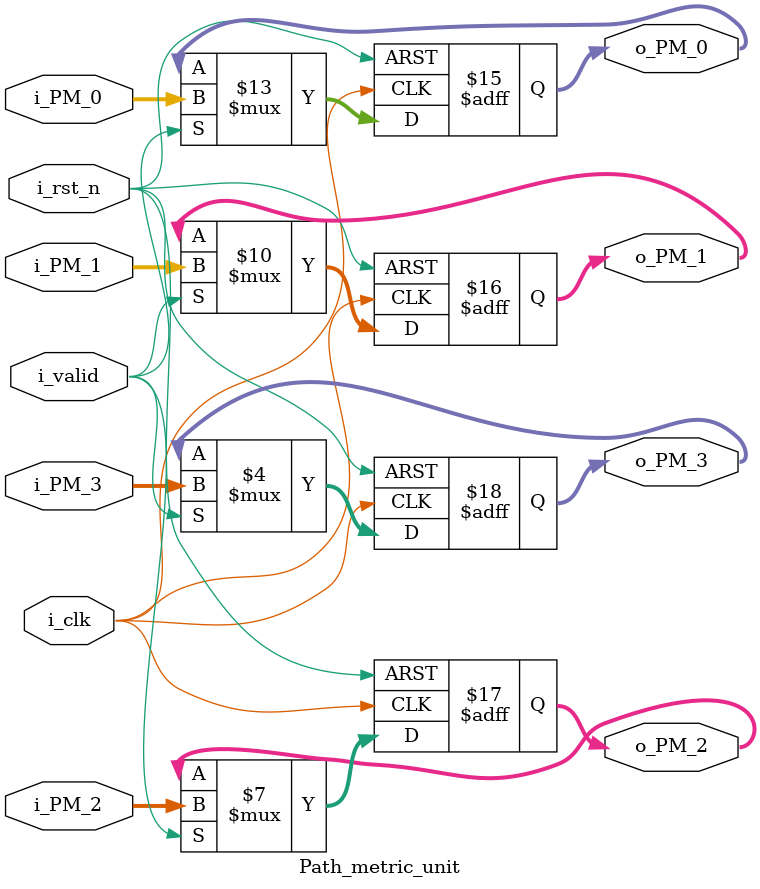
<source format=sv>
module Path_metric_unit #(
    parameter SIZE_DATA = 2
)(
    input logic     i_clk,
    input logic     i_rst_n,
    input logic     i_valid,
    input logic [SIZE_DATA-1:0] i_PM_0,
    input logic [SIZE_DATA-1:0] i_PM_1,
    input logic [SIZE_DATA-1:0] i_PM_2,
    input logic [SIZE_DATA-1:0] i_PM_3,
    output logic [SIZE_DATA-1:0] o_PM_0,
    output logic [SIZE_DATA-1:0] o_PM_1,
    output logic [SIZE_DATA-1:0] o_PM_2,
    output logic [SIZE_DATA-1:0] o_PM_3
);

// Save the path metrics
always_ff @(posedge i_clk or negedge i_rst_n) begin
    if (~i_rst_n) begin
        o_PM_0 <= 2'b00;
        o_PM_1 <= 2'b11;
        o_PM_2 <= 2'b11;
        o_PM_3 <= 2'b11;
    end else begin
        if(i_valid) begin
            o_PM_0 <= i_PM_0;
            o_PM_1 <= i_PM_1;
            o_PM_2 <= i_PM_2;
            o_PM_3 <= i_PM_3;
        end else begin
            o_PM_0 <= o_PM_0;
            o_PM_1 <= o_PM_1;
            o_PM_2 <= o_PM_2;
            o_PM_3 <= o_PM_3;
        end
    end
end

endmodule

</source>
